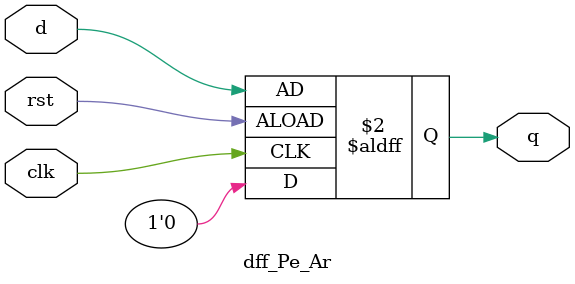
<source format=v>
module dff_Pe_Ar(q,d,clk,rst);
    input d,clk,rst;
    output reg q;

    always @(posedge clk or negedge rst)
        if(rst)
            q <= 1'b0;
        else
            q <= d;
endmodule
</source>
